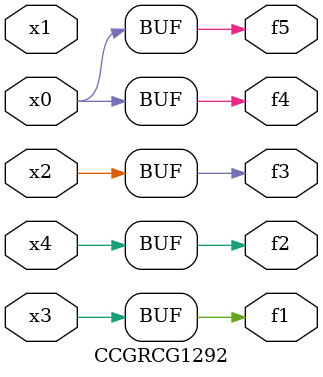
<source format=v>
module CCGRCG1292(
	input x0, x1, x2, x3, x4,
	output f1, f2, f3, f4, f5
);
	assign f1 = x3;
	assign f2 = x4;
	assign f3 = x2;
	assign f4 = x0;
	assign f5 = x0;
endmodule

</source>
